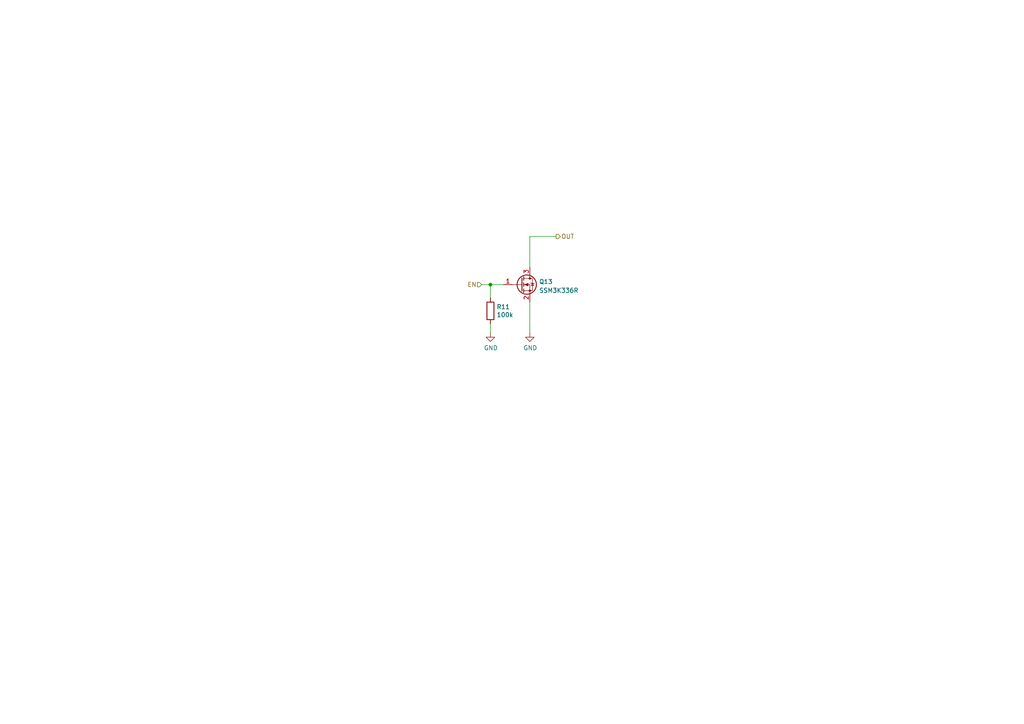
<source format=kicad_sch>
(kicad_sch (version 20211123) (generator eeschema)
  (paper "A4")
  (lib_symbols
    (symbol "Device:Q_NMOS_GSD" (pin_names (offset 0) hide)
      (property "Reference" "Q" (at 5.08 1.27 0))
      (property "Value" "Q_NMOS_GSD" (at 5.08 -1.27 0))
      (symbol "Q_NMOS_GSD_0_1"
        (polyline (pts (xy 0.254 0) (xy -2.54 0)))
        (polyline (pts (xy 0.254 1.905) (xy 0.254 -1.905)) (stroke (width 0.254)))
        (polyline (pts (xy 0.762 -1.27) (xy 0.762 -2.286)) (stroke (width 0.254)))
        (polyline (pts (xy 0.762 0.508) (xy 0.762 -0.508)) (stroke (width 0.254)))
        (polyline (pts (xy 0.762 2.286) (xy 0.762 1.27)) (stroke (width 0.254)))
        (polyline (pts (xy 2.54 2.54) (xy 2.54 1.778)))
        (polyline (pts (xy 2.54 -2.54) (xy 2.54 0) (xy 0.762 0)))
        (polyline (pts (xy 0.762 -1.778) (xy 3.302 -1.778) (xy 3.302 1.778) (xy 0.762 1.778)))
        (polyline (pts (xy 1.016 0) (xy 2.032 0.381) (xy 2.032 -0.381) (xy 1.016 0)) (fill (type outline)))
        (polyline (pts (xy 2.794 0.508) (xy 2.921 0.381) (xy 3.683 0.381) (xy 3.81 0.254)))
        (polyline (pts (xy 3.302 0.381) (xy 2.921 -0.254) (xy 3.683 -0.254) (xy 3.302 0.381)))
        (circle (center 1.651 0) (radius 2.794) (stroke (width 0.254)))
        (circle (center 2.54 -1.778) (radius 0.254) (fill (type outline)))
        (circle (center 2.54 1.778) (radius 0.254) (fill (type outline)))
      )
      (symbol "Q_NMOS_GSD_1_1"
        (pin input line (at -5.08 0 0) (length 2.54) (name "G") (number "1"))
        (pin passive line (at 2.54 -5.08 90) (length 2.54) (name "S") (number "2"))
        (pin passive line (at 2.54 5.08 270) (length 2.54) (name "D") (number "3"))
      )
    )
    (symbol "Device:R" (pin_numbers hide) (pin_names (offset 0))
      (property "Reference" "R" (at 2.032 0 90))
      (property "Value" "R" (at 0 0 90))
      (symbol "R_0_1"
        (rectangle (start -1.016 -2.54) (end 1.016 2.54) (stroke (width 0.254)))
      )
      (symbol "R_1_1"
        (pin passive line (at 0 3.81 270) (length 1.27) (name "~") (number "1"))
        (pin passive line (at 0 -3.81 90) (length 1.27) (name "~") (number "2"))
      )
    )
    (symbol "power:GND" (power) (pin_names (offset 0))
      (property "Value" "GND" (at 0 -3.81 0))
      (symbol "GND_0_1"
        (polyline (pts (xy 0 0) (xy 0 -1.27) (xy 1.27 -1.27) (xy 0 -2.54) (xy -1.27 -1.27) (xy 0 -1.27)))
      )
      (symbol "GND_1_1"
        (pin power_in line (at 0 0 270) (length 0) hide (name "GND") (number "1"))
      )
    )
  )
  (junction (at 142.24 82.55))
  (wire (pts (xy 142.24 82.55) (xy 146.05 82.55)))
  (wire (pts (xy 153.67 68.58) (xy 161.29 68.58)))
  (wire (pts (xy 139.7 82.55) (xy 142.24 82.55)))
  (wire (pts (xy 153.67 87.63) (xy 153.67 96.52)))
  (wire (pts (xy 142.24 93.98) (xy 142.24 96.52)))
  (wire (pts (xy 153.67 77.47) (xy 153.67 68.58)))
  (wire (pts (xy 142.24 82.55) (xy 142.24 86.36)))
  (hierarchical_label "OUT" (shape output) (at 161.29 68.58 0))
  (hierarchical_label "EN" (shape input) (at 139.7 82.55 180))
  (symbol (lib_id "Device:R") (at 142.24 90.17 0) (unit 1)
    (property "Reference" "R11" (at 144.018 89.0016 0) (effects (justify left)))
    (property "Value" "100k" (at 144.018 91.313 0) (effects (justify left)))
    (property "Footprint" "Resistor_SMD:R_0402_1005Metric" (effects hide))
  )
  (symbol (lib_id "Device:Q_NMOS_GSD") (at 151.13 82.55 0) (unit 1)
    (property "Reference" "Q13" (at 156.337 81.7153 0) (effects (justify left)))
    (property "Value" "SSM3K336R" (at 156.337 84.2522 0) (effects (justify left)))
    (property "Footprint" "Package_TO_SOT_SMD:SOT-23" (effects hide))
    (property "Datasheet" "https://www.mouser.at/datasheet/2/408/SSM3K336R_datasheet_en_20210916-1916231.pdf" (effects hide))
  )
  (symbol (lib_id "power:GND") (at 142.24 96.52 0) (unit 1)
    (property "Reference" "#PWR013" (effects hide))
    (property "Value" "GND" (at 142.367 100.9142 0))
  )
  (symbol (lib_id "power:GND") (at 153.67 96.52 0) (unit 1)
    (property "Reference" "#PWR031" (effects hide))
    (property "Value" "GND" (at 153.797 100.9142 0))
  )
)
</source>
